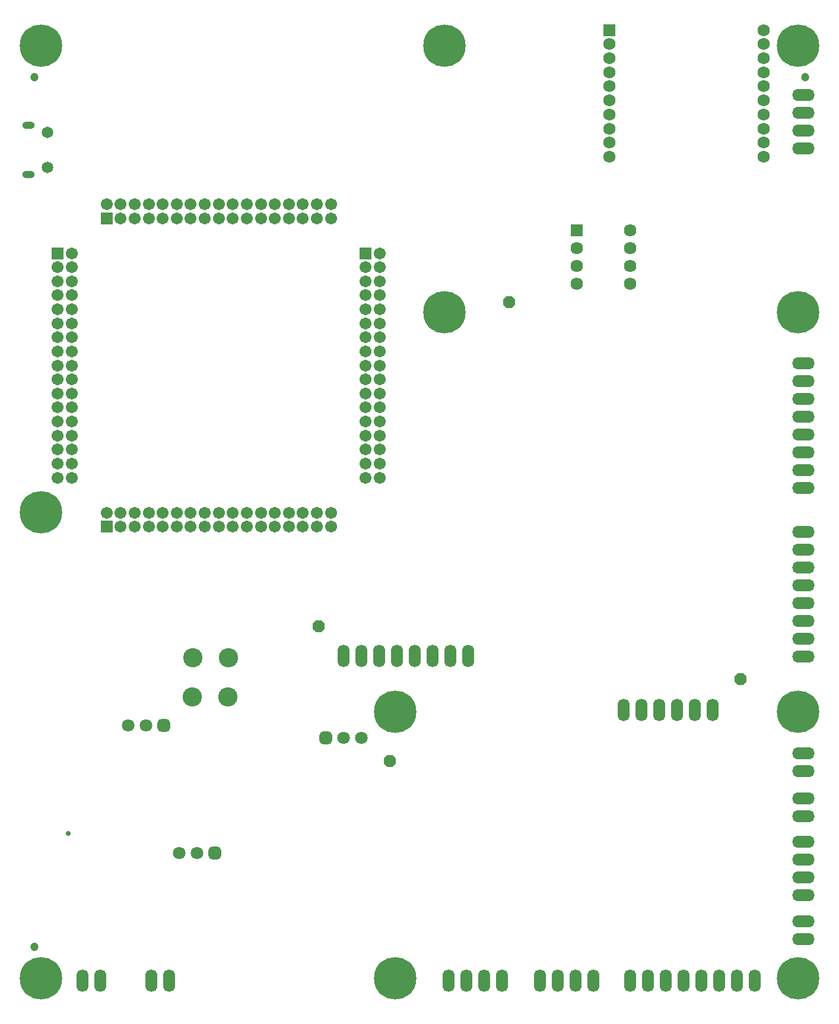
<source format=gbs>
G04*
G04 #@! TF.GenerationSoftware,Altium Limited,Altium Designer,21.4.1 (30)*
G04*
G04 Layer_Color=16711935*
%FSLAX44Y44*%
%MOMM*%
G71*
G04*
G04 #@! TF.SameCoordinates,34008E12-B950-4015-972C-27682CB53F9E*
G04*
G04*
G04 #@! TF.FilePolarity,Negative*
G04*
G01*
G75*
%ADD87C,1.2032*%
%ADD91C,1.8032*%
G04:AMPARAMS|DCode=92|XSize=1.8032mm|YSize=1.8032mm|CornerRadius=0.5016mm|HoleSize=0mm|Usage=FLASHONLY|Rotation=180.000|XOffset=0mm|YOffset=0mm|HoleType=Round|Shape=RoundedRectangle|*
%AMROUNDEDRECTD92*
21,1,1.8032,0.8000,0,0,180.0*
21,1,0.8000,1.8032,0,0,180.0*
1,1,1.0032,-0.4000,0.4000*
1,1,1.0032,0.4000,0.4000*
1,1,1.0032,0.4000,-0.4000*
1,1,1.0032,-0.4000,-0.4000*
%
%ADD92ROUNDEDRECTD92*%
%ADD93R,1.7032X1.7032*%
%ADD94C,1.7032*%
%ADD95R,1.7332X1.7332*%
%ADD96C,1.7332*%
%ADD97O,1.7112X3.2192*%
%ADD98C,6.0452*%
%ADD99O,3.2192X1.7112*%
%ADD100C,1.6532*%
%ADD101O,1.8032X1.0032*%
%ADD102P,1.8695X8X22.5*%
%ADD103C,1.7832*%
%ADD104R,1.7832X1.7832*%
%ADD105C,2.7432*%
%ADD106R,1.7032X1.7032*%
%ADD107C,0.7032*%
D87*
X1130000Y1320000D02*
D03*
X30000D02*
D03*
Y80000D02*
D03*
D91*
X236850Y214000D02*
D03*
X262250D02*
D03*
X164350Y396250D02*
D03*
X189750D02*
D03*
X496618Y378234D02*
D03*
X471218D02*
D03*
D92*
X287650Y214000D02*
D03*
X215150Y396250D02*
D03*
X445818Y378234D02*
D03*
D93*
X133370Y679320D02*
D03*
Y1119320D02*
D03*
D94*
Y699320D02*
D03*
X153370Y679320D02*
D03*
Y699320D02*
D03*
X173370Y679320D02*
D03*
Y699320D02*
D03*
X193370Y679320D02*
D03*
Y699320D02*
D03*
X213370Y679320D02*
D03*
Y699320D02*
D03*
X233370Y679320D02*
D03*
Y699320D02*
D03*
X253370Y679320D02*
D03*
Y699320D02*
D03*
X273370Y679320D02*
D03*
Y699320D02*
D03*
X293370Y679320D02*
D03*
Y699320D02*
D03*
X313370Y679320D02*
D03*
Y699320D02*
D03*
X333370Y679320D02*
D03*
Y699320D02*
D03*
X353370Y679320D02*
D03*
Y699320D02*
D03*
X373370Y679320D02*
D03*
Y699320D02*
D03*
X393370Y679320D02*
D03*
Y699320D02*
D03*
X413370Y679320D02*
D03*
Y699320D02*
D03*
X433370Y679320D02*
D03*
Y699320D02*
D03*
X453370Y679320D02*
D03*
Y699320D02*
D03*
X503080Y889320D02*
D03*
X523080D02*
D03*
X83370Y749320D02*
D03*
X63370D02*
D03*
X83370Y769320D02*
D03*
X63370D02*
D03*
X83370Y789320D02*
D03*
X63370D02*
D03*
X83370Y809320D02*
D03*
X63370D02*
D03*
X83370Y829320D02*
D03*
X63370D02*
D03*
X83370Y849320D02*
D03*
X63370D02*
D03*
X83370Y869320D02*
D03*
X63370D02*
D03*
X83370Y889320D02*
D03*
X63370D02*
D03*
X83370Y909320D02*
D03*
X63370D02*
D03*
X83370Y929320D02*
D03*
X63370D02*
D03*
X83370Y949320D02*
D03*
X63370D02*
D03*
X83370Y969320D02*
D03*
X63370D02*
D03*
X83370Y989320D02*
D03*
X63370D02*
D03*
X83370Y1009320D02*
D03*
X63370D02*
D03*
X83370Y1029320D02*
D03*
X63370D02*
D03*
X83370Y1049320D02*
D03*
X63370D02*
D03*
X83370Y1069320D02*
D03*
X133370Y1139320D02*
D03*
X153370Y1119320D02*
D03*
Y1139320D02*
D03*
X173370Y1119320D02*
D03*
Y1139320D02*
D03*
X193370Y1119320D02*
D03*
Y1139320D02*
D03*
X213370Y1119320D02*
D03*
Y1139320D02*
D03*
X233370Y1119320D02*
D03*
Y1139320D02*
D03*
X253370Y1119320D02*
D03*
Y1139320D02*
D03*
X273370Y1119320D02*
D03*
Y1139320D02*
D03*
X293370Y1119320D02*
D03*
Y1139320D02*
D03*
X313370Y1119320D02*
D03*
Y1139320D02*
D03*
X333370Y1119320D02*
D03*
Y1139320D02*
D03*
X353370Y1119320D02*
D03*
Y1139320D02*
D03*
X373370Y1119320D02*
D03*
Y1139320D02*
D03*
X393370Y1119320D02*
D03*
Y1139320D02*
D03*
X413370Y1119320D02*
D03*
Y1139320D02*
D03*
X433370Y1119320D02*
D03*
Y1139320D02*
D03*
X453370Y1119320D02*
D03*
Y1139320D02*
D03*
X523080Y749320D02*
D03*
X503080D02*
D03*
X523080Y769320D02*
D03*
X503080D02*
D03*
X523080Y789320D02*
D03*
X503080D02*
D03*
X523080Y809320D02*
D03*
X503080D02*
D03*
X523080Y829320D02*
D03*
X503080D02*
D03*
X523080Y849320D02*
D03*
X503080D02*
D03*
X523080Y869320D02*
D03*
X503080D02*
D03*
X523080Y909320D02*
D03*
X503080D02*
D03*
X523080Y929320D02*
D03*
X503080D02*
D03*
X523080Y949320D02*
D03*
X503080D02*
D03*
X523080Y969320D02*
D03*
X503080D02*
D03*
X523080Y989320D02*
D03*
X503080D02*
D03*
X523080Y1009320D02*
D03*
X503080D02*
D03*
X523080Y1029320D02*
D03*
X503080D02*
D03*
X523080Y1049320D02*
D03*
X503080D02*
D03*
X523080Y1069320D02*
D03*
D95*
X850646Y1387602D02*
D03*
D96*
Y1367536D02*
D03*
Y1347470D02*
D03*
Y1327404D02*
D03*
Y1307338D02*
D03*
Y1287272D02*
D03*
Y1267206D02*
D03*
Y1247140D02*
D03*
Y1227074D02*
D03*
Y1207008D02*
D03*
X1070610D02*
D03*
Y1227074D02*
D03*
Y1247140D02*
D03*
Y1267206D02*
D03*
Y1287272D02*
D03*
Y1307338D02*
D03*
Y1327404D02*
D03*
Y1347470D02*
D03*
Y1367536D02*
D03*
Y1387602D02*
D03*
D97*
X998220Y417830D02*
D03*
X972820D02*
D03*
X947420D02*
D03*
X922020D02*
D03*
X896620D02*
D03*
X871220D02*
D03*
X697230Y31750D02*
D03*
X671830D02*
D03*
X646430D02*
D03*
X621030D02*
D03*
X196850D02*
D03*
X222250D02*
D03*
X1057910D02*
D03*
X1032510D02*
D03*
X1007110D02*
D03*
X981710D02*
D03*
X956310D02*
D03*
X930910D02*
D03*
X905510D02*
D03*
X880110D02*
D03*
X496570Y495300D02*
D03*
X521970D02*
D03*
X547370D02*
D03*
X572770D02*
D03*
X598170D02*
D03*
X623570D02*
D03*
X648970D02*
D03*
X471170D02*
D03*
X124460Y31750D02*
D03*
X99060D02*
D03*
X828040D02*
D03*
X802640D02*
D03*
X777240D02*
D03*
X751840D02*
D03*
D98*
X1120000Y985000D02*
D03*
Y1365000D02*
D03*
X545000Y415000D02*
D03*
X40000Y700000D02*
D03*
X615000Y985000D02*
D03*
Y1365000D02*
D03*
X40000D02*
D03*
X545000Y35000D02*
D03*
X40000D02*
D03*
X1120000Y415000D02*
D03*
Y35000D02*
D03*
D99*
X1127760Y734290D02*
D03*
Y759690D02*
D03*
Y785090D02*
D03*
Y810490D02*
D03*
Y835890D02*
D03*
Y861290D02*
D03*
Y886690D02*
D03*
Y912090D02*
D03*
X1127405Y91440D02*
D03*
Y116840D02*
D03*
Y229870D02*
D03*
Y204470D02*
D03*
Y179070D02*
D03*
Y153670D02*
D03*
Y292100D02*
D03*
Y266700D02*
D03*
Y330990D02*
D03*
Y356390D02*
D03*
X1127760Y646430D02*
D03*
Y621030D02*
D03*
Y595630D02*
D03*
Y570230D02*
D03*
Y544830D02*
D03*
Y519430D02*
D03*
Y494030D02*
D03*
Y671830D02*
D03*
Y1219200D02*
D03*
Y1244600D02*
D03*
Y1270000D02*
D03*
Y1295400D02*
D03*
D100*
X48590Y1241660D02*
D03*
Y1191660D02*
D03*
D101*
X21590Y1251660D02*
D03*
Y1181660D02*
D03*
D102*
X707390Y999490D02*
D03*
X1037590Y462280D02*
D03*
X537210Y345440D02*
D03*
X435610Y537210D02*
D03*
D103*
X880110Y1026160D02*
D03*
X803910D02*
D03*
X880110Y1051560D02*
D03*
X803910D02*
D03*
X880110Y1076960D02*
D03*
X803910D02*
D03*
X880110Y1102360D02*
D03*
D104*
X803910D02*
D03*
D105*
X307340Y492760D02*
D03*
X256540D02*
D03*
X306070Y436880D02*
D03*
X255270D02*
D03*
D106*
X63370Y1069320D02*
D03*
X503080D02*
D03*
D107*
X78250Y241500D02*
D03*
M02*

</source>
